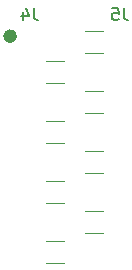
<source format=gbr>
G04 #@! TF.GenerationSoftware,KiCad,Pcbnew,(6.0.5)*
G04 #@! TF.CreationDate,2022-07-02T08:37:16+02:00*
G04 #@! TF.ProjectId,resistor_network,72657369-7374-46f7-925f-6e6574776f72,rev?*
G04 #@! TF.SameCoordinates,Original*
G04 #@! TF.FileFunction,Legend,Bot*
G04 #@! TF.FilePolarity,Positive*
%FSLAX46Y46*%
G04 Gerber Fmt 4.6, Leading zero omitted, Abs format (unit mm)*
G04 Created by KiCad (PCBNEW (6.0.5)) date 2022-07-02 08:37:16*
%MOMM*%
%LPD*%
G01*
G04 APERTURE LIST*
%ADD10C,0.583000*%
%ADD11C,0.150000*%
%ADD12C,0.120000*%
G04 APERTURE END LIST*
D10*
X136790100Y-85990600D02*
G75*
G03*
X136790100Y-85990600I-291500J0D01*
G01*
D11*
G04 #@! TO.C,J5*
X146116933Y-83620980D02*
X146116933Y-84335266D01*
X146164552Y-84478123D01*
X146259790Y-84573361D01*
X146402647Y-84620980D01*
X146497885Y-84620980D01*
X145164552Y-83620980D02*
X145640742Y-83620980D01*
X145688361Y-84097171D01*
X145640742Y-84049552D01*
X145545504Y-84001933D01*
X145307409Y-84001933D01*
X145212171Y-84049552D01*
X145164552Y-84097171D01*
X145116933Y-84192409D01*
X145116933Y-84430504D01*
X145164552Y-84525742D01*
X145212171Y-84573361D01*
X145307409Y-84620980D01*
X145545504Y-84620980D01*
X145640742Y-84573361D01*
X145688361Y-84525742D01*
G04 #@! TO.C,J4*
X138496933Y-83620980D02*
X138496933Y-84335266D01*
X138544552Y-84478123D01*
X138639790Y-84573361D01*
X138782647Y-84620980D01*
X138877885Y-84620980D01*
X137592171Y-83954314D02*
X137592171Y-84620980D01*
X137830266Y-83573361D02*
X138068361Y-84287647D01*
X137449314Y-84287647D01*
D12*
G04 #@! TO.C,R18*
X139581536Y-103368600D02*
X141035664Y-103368600D01*
X139581536Y-105188600D02*
X141035664Y-105188600D01*
G04 #@! TO.C,R17*
X142883536Y-102648600D02*
X144337664Y-102648600D01*
X142883536Y-100828600D02*
X144337664Y-100828600D01*
G04 #@! TO.C,R11*
X142883536Y-85588600D02*
X144337664Y-85588600D01*
X142883536Y-87408600D02*
X144337664Y-87408600D01*
G04 #@! TO.C,R12*
X139581536Y-88128600D02*
X141035664Y-88128600D01*
X139581536Y-89948600D02*
X141035664Y-89948600D01*
G04 #@! TO.C,R16*
X139581536Y-100108600D02*
X141035664Y-100108600D01*
X139581536Y-98288600D02*
X141035664Y-98288600D01*
G04 #@! TO.C,R13*
X142883536Y-92488600D02*
X144337664Y-92488600D01*
X142883536Y-90668600D02*
X144337664Y-90668600D01*
G04 #@! TO.C,R15*
X142883536Y-97568600D02*
X144337664Y-97568600D01*
X142883536Y-95748600D02*
X144337664Y-95748600D01*
G04 #@! TO.C,R14*
X139581536Y-93208600D02*
X141035664Y-93208600D01*
X139581536Y-95028600D02*
X141035664Y-95028600D01*
G04 #@! TD*
M02*

</source>
